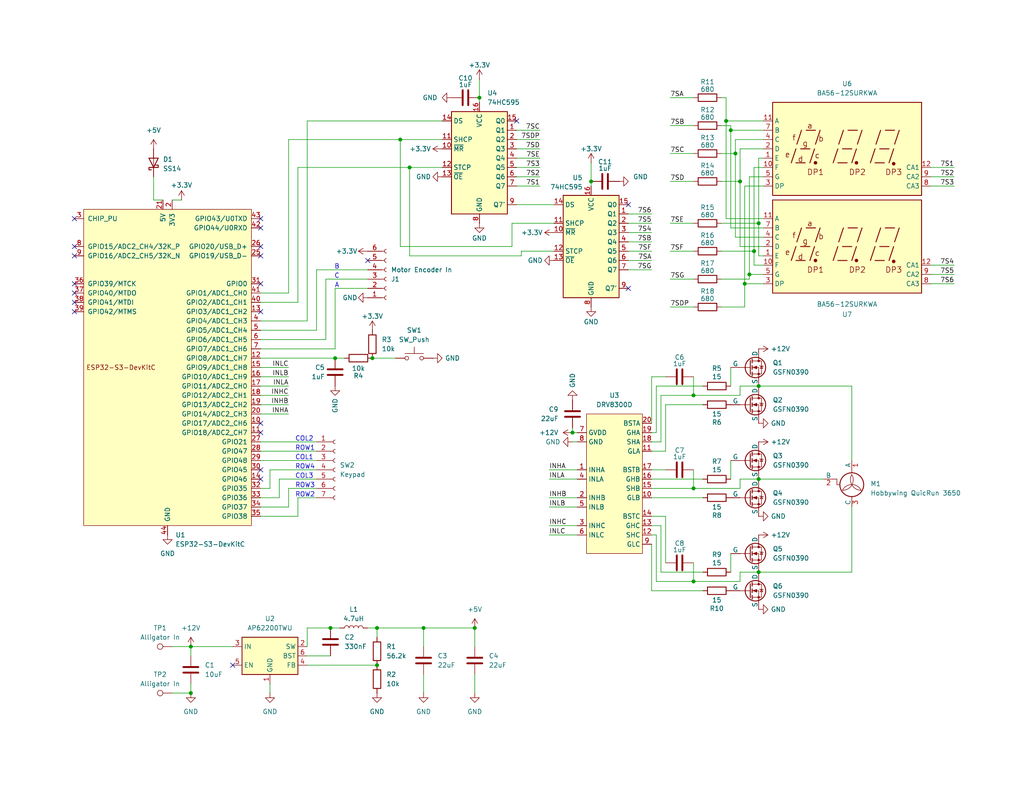
<source format=kicad_sch>
(kicad_sch (version 20250114) (generator "eeschema") (generator_version "9.0")
  (paper "USLetter")
  (title_block (title "BLDC Proto") (date "2026-01-18"))
  (lib_symbols
    (symbol "74xx:74HC595"
      (property "Reference" "U4" (at 2.1433 17.78 0))
      (property "Value" "74HC595" (at 2.1433 15.24 0))
      (symbol "74HC595_1_0"
        (pin input line (at -10.16 10.16 0) (length 2.54) (name "DS") (number "14"))
        (pin input line (at -10.16 5.08 0) (length 2.54) (name "SHCP") (number "11"))
        (pin input line (at -10.16 2.54 0) (length 2.54) (name "~{MR}") (number "10"))
        (pin input line (at -10.16 -2.54 0) (length 2.54) (name "STCP") (number "12"))
        (pin input line (at -10.16 -5.08 0) (length 2.54) (name "~{OE}") (number "13"))
        (pin power_in line (at 0 15.24 270) (length 2.54) (name "VCC") (number "16"))
        (pin power_in line (at 0 -17.78 90) (length 2.54) (name "GND") (number "8"))
        (pin tri_state line (at 10.16 10.16 180) (length 2.54) (name "Q0") (number "15"))
        (pin tri_state line (at 10.16 7.62 180) (length 2.54) (name "Q1") (number "1"))
        (pin tri_state line (at 10.16 5.08 180) (length 2.54) (name "Q2") (number "2"))
        (pin tri_state line (at 10.16 2.54 180) (length 2.54) (name "Q3") (number "3"))
        (pin tri_state line (at 10.16 0 180) (length 2.54) (name "Q4") (number "4"))
        (pin tri_state line (at 10.16 -2.54 180) (length 2.54) (name "Q5") (number "5"))
        (pin tri_state line (at 10.16 -5.08 180) (length 2.54) (name "Q6") (number "6"))
        (pin tri_state line (at 10.16 -7.62 180) (length 2.54) (name "Q7") (number "7"))
        (pin output line (at 10.16 -12.7 180) (length 2.54) (name "Q7'") (number "9"))
      )
    )
    (symbol "Connector:Conn_01x06_Socket" (pin_names (offset 1.016) (hide yes))
      (property "Reference" "J" (at 0 7.62 0))
      (property "Value" "Conn_01x06_Socket" (at 0 -10.16 0))
      (symbol "Conn_01x06_Socket_1_1"
        (pin passive line (at -5.08 5.08 0) (length 3.81) (name "Pin_1") (number "1"))
        (pin passive line (at -5.08 2.54 0) (length 3.81) (name "Pin_2") (number "2"))
        (pin passive line (at -5.08 0 0) (length 3.81) (name "Pin_3") (number "3"))
        (pin passive line (at -5.08 -2.54 0) (length 3.81) (name "Pin_4") (number "4"))
        (pin passive line (at -5.08 -5.08 0) (length 3.81) (name "Pin_5") (number "5"))
        (pin passive line (at -5.08 -7.62 0) (length 3.81) (name "Pin_6") (number "6"))
      )
    )
    (symbol "Connector:Conn_01x07_Socket" (pin_names (offset 1.016) (hide yes))
      (property "Reference" "J" (at 0 10.16 0))
      (property "Value" "Conn_01x07_Socket" (at 0 -10.16 0))
      (symbol "Conn_01x07_Socket_1_1"
        (pin passive line (at -5.08 7.62 0) (length 3.81) (name "Pin_1") (number "1"))
        (pin passive line (at -5.08 5.08 0) (length 3.81) (name "Pin_2") (number "2"))
        (pin passive line (at -5.08 2.54 0) (length 3.81) (name "Pin_3") (number "3"))
        (pin passive line (at -5.08 0 0) (length 3.81) (name "Pin_4") (number "4"))
        (pin passive line (at -5.08 -2.54 0) (length 3.81) (name "Pin_5") (number "5"))
        (pin passive line (at -5.08 -5.08 0) (length 3.81) (name "Pin_6") (number "6"))
        (pin passive line (at -5.08 -7.62 0) (length 3.81) (name "Pin_7") (number "7"))
      )
    )
    (symbol "Connector:TestPoint" (pin_numbers (hide yes)) (pin_names (offset 0.762) (hide yes))
      (property "Reference" "TP" (at 0 6.858 0))
      (property "Value" "TestPoint" (at 0 5.08 0))
      (symbol "TestPoint_1_1"
        (pin passive line (at 0 0 90) (length 2.54) (name "1") (number "1"))
      )
    )
    (symbol "Device:C" (pin_numbers (hide yes)) (pin_names (offset 0.254))
      (property "Reference" "C" (at 0.635 2.54 0))
      (property "Value" "C" (at 0.635 -2.54 0))
      (symbol "C_1_1"
        (pin passive line (at 0 3.81 270) (length 2.794) (name "~") (number "1"))
        (pin passive line (at 0 -3.81 90) (length 2.794) (name "~") (number "2"))
      )
    )
    (symbol "Device:L" (pin_numbers (hide yes)) (pin_names (offset 1.016) (hide yes))
      (property "Reference" "L" (at -1.27 0 90))
      (property "Value" "L" (at 1.905 0 90))
      (symbol "L_1_1"
        (pin passive line (at 0 3.81 270) (length 1.27) (name "1") (number "1"))
        (pin passive line (at 0 -3.81 90) (length 1.27) (name "2") (number "2"))
      )
    )
    (symbol "Device:R" (pin_numbers (hide yes)) (pin_names (offset 0))
      (property "Reference" "R" (at 2.032 0 90))
      (property "Value" "R" (at 0 0 90))
      (symbol "R_1_1"
        (pin passive line (at 0 3.81 270) (length 1.27) (name "~") (number "1"))
        (pin passive line (at 0 -3.81 90) (length 1.27) (name "~") (number "2"))
      )
    )
    (symbol "Diode:SS14" (pin_numbers (hide yes)) (pin_names (offset 1.016) (hide yes))
      (property "Reference" "D" (at 0 2.54 0))
      (property "Value" "SS14" (at 0 -2.54 0))
      (symbol "SS14_1_1"
        (pin passive line (at -3.81 0 0) (length 2.54) (name "K") (number "1"))
        (pin passive line (at 3.81 0 180) (length 2.54) (name "A") (number "2"))
      )
    )
    (symbol "LTC-571HR_1"
      (property "Reference" "U6" (at 0 17.78 0))
      (property "Value" "BA56-12SURKWA" (at 0 15.24 0))
      (symbol "LTC-571HR_1_0_0"
        (text "e" (at -16.256 -1.524 0) (effects (font (size 1.524 1.524))))
        (text "f" (at -14.478 3.048 0) (effects (font (size 1.524 1.524))))
        (text "d" (at -12.7 -2.794 0) (effects (font (size 1.524 1.524))))
        (text "g" (at -11.43 1.524 0) (effects (font (size 1.524 1.524))))
        (text "a" (at -10.16 6.35 0) (effects (font (size 1.524 1.524))))
        (text "DP1" (at -8.636 -6.35 0) (effects (font (size 1.524 1.524))))
        (text "c" (at -8.128 -1.778 0) (effects (font (size 1.524 1.524))))
        (text "b" (at -7.112 2.794 0) (effects (font (size 1.524 1.524))))
        (text "DP2" (at 2.794 -6.35 0) (effects (font (size 1.524 1.524))))
        (text "DP3" (at 12.7 -6.35 0) (effects (font (size 1.524 1.524))))
      )
      (symbol "LTC-571HR_1_1_1"
        (pin input line (at -22.86 7.62 0) (length 2.54) (name "A") (number "11"))
        (pin input line (at -22.86 5.08 0) (length 2.54) (name "B") (number "7"))
        (pin input line (at -22.86 2.54 0) (length 2.54) (name "C") (number "4"))
        (pin input line (at -22.86 0 0) (length 2.54) (name "D") (number "2"))
        (pin input line (at -22.86 -2.54 0) (length 2.54) (name "E") (number "1"))
        (pin input line (at -22.86 -5.08 0) (length 2.54) (name "F") (number "10"))
        (pin input line (at -22.86 -7.62 0) (length 2.54) (name "G") (number "5"))
        (pin input line (at -22.86 -10.16 0) (length 2.54) (name "DP") (number "3"))
        (pin input line (at 22.86 -5.08 180) (length 2.54) (name "CA1") (number "12"))
        (pin input line (at 22.86 -7.62 180) (length 2.54) (name "CA2") (number "9"))
        (pin input line (at 22.86 -10.16 180) (length 2.54) (name "CA3") (number "8"))
      )
    )
    (symbol "Motor:Fan_3pin" (pin_names (offset 0))
      (property "Reference" "M1" (at 5.08 -1.2699 0))
      (property "Value" "Hobbywing QuicRun 3650" (at 5.08 -3.8099 0))
      (symbol "Fan_3pin_1_1"
        (pin passive line (at -7.62 0 0) (length 2.54) (name "B") (number "2"))
        (pin passive line (at 0 5.08 270) (length 2.54) (name "A") (number "1"))
        (pin passive line (at 0 -7.62 90) (length 2.54) (name "C") (number "3"))
      )
    )
    (symbol "PCM_Espressif:ESP32-S3-DevKitC" (pin_names (offset 1.016))
      (property "Reference" "U1" (at 2.1433 -45.72 0))
      (property "Value" "ESP32-S3-DevKitC" (at 2.1433 -48.26 0))
      (symbol "ESP32-S3-DevKitC_0_0"
        (text "ESP32-S3-DevKitC" (at -12.7 0 0) (effects (font (size 1.27 1.27))))
        (pin bidirectional line (at -25.4 15.24 0) (length 2.54) (name "GPIO42/MTMS") (number "39"))
        (pin power_in line (at 0 -45.72 90) (length 2.54) (name "GND") (number "44"))
        (pin bidirectional line (at 25.4 40.64 180) (length 2.54) (name "GPIO43/U0TXD") (number "43"))
        (pin bidirectional line (at 25.4 38.1 180) (length 2.54) (name "GPIO44/U0RXD") (number "42"))
        (pin bidirectional line (at 25.4 20.32 180) (length 2.54) (name "GPIO1/ADC1_CH0") (number "41"))
        (pin bidirectional line (at 25.4 17.78 180) (length 2.54) (name "GPIO2/ADC1_CH1") (number "40"))
        (pin bidirectional line (at 25.4 -10.16 180) (length 2.54) (name "GPIO13/ADC2_CH2") (number "19"))
        (pin bidirectional line (at 25.4 -30.48 180) (length 2.54) (name "GPIO46") (number "14"))
      )
      (symbol "ESP32-S3-DevKitC_0_1"
        (pin power_in line (at 1.27 45.72 270) (length 2.54) (name "3V3") (number "2"))
      )
      (symbol "ESP32-S3-DevKitC_1_1"
        (pin input line (at -25.4 40.64 0) (length 2.54) (name "CHIP_PU") (number "3"))
        (pin bidirectional line (at -25.4 33.02 0) (length 2.54) (name "GPIO15/ADC2_CH4/32K_P") (number "8"))
        (pin bidirectional line (at -25.4 30.48 0) (length 2.54) (name "GPIO16/ADC2_CH5/32K_N") (number "9"))
        (pin bidirectional line (at -25.4 22.86 0) (length 2.54) (name "GPIO39/MTCK") (number "36"))
        (pin bidirectional line (at -25.4 20.32 0) (length 2.54) (name "GPIO40/MTDO") (number "37"))
        (pin bidirectional line (at -25.4 17.78 0) (length 2.54) (name "GPIO41/MTDI") (number "38"))
        (pin power_in line (at -1.27 45.72 270) (length 2.54) (name "5V") (number "21"))
        (pin passive line (at 0 -45.72 90) (length 2.54) (hide yes) (name "GND") (number "22"))
        (pin passive line (at 0 -45.72 90) (length 2.54) (hide yes) (name "GND") (number "23"))
        (pin passive line (at 0 -45.72 90) (length 2.54) (hide yes) (name "GND") (number "24"))
        (pin passive line (at 1.27 45.72 270) (length 2.54) (hide yes) (name "3V3") (number "1"))
        (pin bidirectional line (at 25.4 33.02 180) (length 2.54) (name "GPIO20/USB_D+") (number "26"))
        (pin bidirectional line (at 25.4 30.48 180) (length 2.54) (name "GPIO19/USB_D-") (number "25"))
        (pin bidirectional line (at 25.4 22.86 180) (length 2.54) (name "GPIO0") (number "31"))
        (pin bidirectional line (at 25.4 15.24 180) (length 2.54) (name "GPIO3/ADC1_CH2") (number "13"))
        (pin bidirectional line (at 25.4 12.7 180) (length 2.54) (name "GPIO4/ADC1_CH3") (number "4"))
        (pin bidirectional line (at 25.4 10.16 180) (length 2.54) (name "GPIO5/ADC1_CH4") (number "5"))
        (pin bidirectional line (at 25.4 7.62 180) (length 2.54) (name "GPIO6/ADC1_CH5") (number "6"))
        (pin bidirectional line (at 25.4 5.08 180) (length 2.54) (name "GPIO7/ADC1_CH6") (number "7"))
        (pin bidirectional line (at 25.4 2.54 180) (length 2.54) (name "GPIO8/ADC1_CH7") (number "12"))
        (pin bidirectional line (at 25.4 0 180) (length 2.54) (name "GPIO9/ADC1_CH8") (number "15"))
        (pin bidirectional line (at 25.4 -2.54 180) (length 2.54) (name "GPIO10/ADC1_CH9") (number "16"))
        (pin bidirectional line (at 25.4 -5.08 180) (length 2.54) (name "GPIO11/ADC2_CH0") (number "17"))
        (pin bidirectional line (at 25.4 -7.62 180) (length 2.54) (name "GPIO12/ADC2_CH1") (number "18"))
        (pin bidirectional line (at 25.4 -12.7 180) (length 2.54) (name "GPIO14/ADC2_CH3") (number "20"))
        (pin bidirectional line (at 25.4 -15.24 180) (length 2.54) (name "GPIO17/ADC2_CH6") (number "10"))
        (pin bidirectional line (at 25.4 -17.78 180) (length 2.54) (name "GPIO18/ADC2_CH7") (number "11"))
        (pin bidirectional line (at 25.4 -20.32 180) (length 2.54) (name "GPIO21") (number "27"))
        (pin bidirectional line (at 25.4 -22.86 180) (length 2.54) (name "GPIO47") (number "28"))
        (pin bidirectional line (at 25.4 -25.4 180) (length 2.54) (name "GPIO48") (number "29"))
        (pin bidirectional line (at 25.4 -27.94 180) (length 2.54) (name "GPIO45") (number "30"))
        (pin bidirectional line (at 25.4 -33.02 180) (length 2.54) (name "GPIO35") (number "32"))
        (pin bidirectional line (at 25.4 -35.56 180) (length 2.54) (name "GPIO36") (number "33"))
        (pin bidirectional line (at 25.4 -38.1 180) (length 2.54) (name "GPIO37") (number "34"))
        (pin bidirectional line (at 25.4 -40.64 180) (length 2.54) (name "GPIO38") (number "35"))
      )
    )
    (symbol "Regulator_Switching:AP62300TWU"
      (property "Reference" "U" (at -7.62 6.35 0))
      (property "Value" "AP62300TWU" (at 2.54 6.35 0))
      (symbol "AP62300TWU_1_1"
        (pin power_in line (at -10.16 2.54 0) (length 2.54) (name "IN") (number "3"))
        (pin passive line (at -10.16 -2.54 0) (length 2.54) (name "EN") (number "5"))
        (pin power_in line (at 0 -7.62 90) (length 2.54) (name "GND") (number "1"))
        (pin output line (at 10.16 2.54 180) (length 2.54) (name "SW") (number "2"))
        (pin passive line (at 10.16 0 180) (length 2.54) (name "BST") (number "6"))
        (pin input line (at 10.16 -2.54 180) (length 2.54) (name "FB") (number "4"))
      )
    )
    (symbol "Simulation_SPICE:NMOS" (pin_numbers (hide yes)) (pin_names (offset 0))
      (property "Reference" "Q1" (at 6.35 1.2701 0))
      (property "Value" "NMOS" (at 6.35 -1.2699 0))
      (symbol "NMOS_1_1"
        (pin input line (at -5.08 0 0) (length 2.54) (name "G") (number "4"))
        (pin passive line (at 2.54 5.08 270) (length 2.54) (name "D") (number "5"))
        (pin passive line (at 2.54 -5.08 90) (length 2.54) (hide yes) (name "S") (number "1"))
        (pin passive line (at 2.54 -5.08 90) (length 2.54) (hide yes) (name "S") (number "2"))
        (pin passive line (at 2.54 -5.08 90) (length 2.54) (name "S") (number "3"))
      )
    )
    (symbol "Switch:SW_Push" (pin_numbers (hide yes)) (pin_names (offset 1.016) (hide yes))
      (property "Reference" "SW" (at 1.27 2.54 0))
      (property "Value" "SW_Push" (at 0 -1.524 0))
      (symbol "SW_Push_0_1"
        (pin passive line (at -5.08 0 0) (length 2.54) (name "1") (number "1"))
        (pin passive line (at 5.08 0 180) (length 2.54) (name "2") (number "2"))
      )
    )
    (symbol "power:+12V" (power) (pin_numbers (hide yes)) (pin_names (offset 0) (hide yes))
      (property "Value" "+12V" (at 0 3.556 0))
      (symbol "+12V_1_1"
        (pin power_in line (at 0 0 90) (length 0) (name "~") (number "1"))
      )
    )
    (symbol "power:+3.3V" (power) (pin_numbers (hide yes)) (pin_names (offset 0) (hide yes))
      (property "Value" "+3.3V" (at 0 3.556 0))
      (symbol "+3.3V_1_1"
        (pin power_in line (at 0 0 90) (length 0) (name "~") (number "1"))
      )
    )
    (symbol "power:+5V" (power) (pin_numbers (hide yes)) (pin_names (offset 0) (hide yes))
      (property "Value" "+5V" (at 0 3.556 0))
      (symbol "+5V_1_1"
        (pin power_in line (at 0 0 90) (length 0) (name "~") (number "1"))
      )
    )
    (symbol "power:GND" (power) (pin_numbers (hide yes)) (pin_names (offset 0) (hide yes))
      (property "Value" "GND" (at 0 -3.81 0))
      (symbol "GND_1_1"
        (pin power_in line (at 0 0 270) (length 0) (name "~") (number "1"))
      )
    )
    (symbol "symbols:DRV8300"
      (property "Reference" "U" (at 0 0 0))
      (property "Value" "DRV8300" (at 0 -2.032 0))
      (symbol "DRV8300_1_1"
        (pin passive line (at -10.16 -8.89 0) (length 2.54) (name "GVDD") (number "7"))
        (pin passive line (at -10.16 -11.43 0) (length 2.54) (name "GND") (number "8"))
        (pin passive line (at -10.16 -19.05 0) (length 2.54) (name "INHA") (number "1"))
        (pin passive line (at -10.16 -21.59 0) (length 2.54) (name "INLA") (number "4"))
        (pin passive line (at -10.16 -26.67 0) (length 2.54) (name "INHB") (number "2"))
        (pin passive line (at -10.16 -29.21 0) (length 2.54) (name "INLB") (number "5"))
        (pin passive line (at -10.16 -34.29 0) (length 2.54) (name "INHC") (number "3"))
        (pin passive line (at -10.16 -36.83 0) (length 2.54) (name "INLC") (number "6"))
        (pin passive line (at 10.16 -6.35 180) (length 2.54) (name "BSTA") (number "20"))
        (pin passive line (at 10.16 -8.89 180) (length 2.54) (name "GHA") (number "19"))
        (pin passive line (at 10.16 -11.43 180) (length 2.54) (name "SHA") (number "18"))
        (pin passive line (at 10.16 -13.97 180) (length 2.54) (name "GLA") (number "11"))
        (pin passive line (at 10.16 -19.05 180) (length 2.54) (name "BSTB") (number "17"))
        (pin passive line (at 10.16 -21.59 180) (length 2.54) (name "GHB") (number "16"))
        (pin passive line (at 10.16 -24.13 180) (length 2.54) (name "SHB") (number "15"))
        (pin passive line (at 10.16 -26.67 180) (length 2.54) (name "GLB") (number "10"))
        (pin passive line (at 10.16 -31.75 180) (length 2.54) (name "BSTC") (number "14"))
        (pin passive line (at 10.16 -34.29 180) (length 2.54) (name "GHC") (number "13"))
        (pin passive line (at 10.16 -36.83 180) (length 2.54) (name "SHC") (number "12"))
        (pin passive line (at 10.16 -39.37 180) (length 2.54) (name "GLC") (number "9"))
      )
    )
    (symbol "symbols:LTC-571HR"
      (property "Reference" "U7" (at 0 -18.542 0))
      (property "Value" "BA56-12SURKWA" (at 0 -15.748 0))
      (symbol "LTC-571HR_0_0"
        (text "e" (at -16.256 -1.524 0) (effects (font (size 1.524 1.524))))
        (text "f" (at -14.478 3.048 0) (effects (font (size 1.524 1.524))))
        (text "d" (at -12.7 -2.794 0) (effects (font (size 1.524 1.524))))
        (text "g" (at -11.43 1.524 0) (effects (font (size 1.524 1.524))))
        (text "a" (at -10.16 6.35 0) (effects (font (size 1.524 1.524))))
        (text "DP1" (at -8.636 -6.35 0) (effects (font (size 1.524 1.524))))
        (text "c" (at -8.128 -1.778 0) (effects (font (size 1.524 1.524))))
        (text "b" (at -7.112 2.794 0) (effects (font (size 1.524 1.524))))
        (text "DP2" (at 2.794 -6.35 0) (effects (font (size 1.524 1.524))))
        (text "DP3" (at 12.7 -6.35 0) (effects (font (size 1.524 1.524))))
      )
      (symbol "LTC-571HR_1_1"
        (pin input line (at -22.86 7.62 0) (length 2.54) (name "A") (number "11"))
        (pin input line (at -22.86 5.08 0) (length 2.54) (name "B") (number "7"))
        (pin input line (at -22.86 2.54 0) (length 2.54) (name "C") (number "4"))
        (pin input line (at -22.86 0 0) (length 2.54) (name "D") (number "2"))
        (pin input line (at -22.86 -2.54 0) (length 2.54) (name "E") (number "1"))
        (pin input line (at -22.86 -5.08 0) (length 2.54) (name "F") (number "10"))
        (pin input line (at -22.86 -7.62 0) (length 2.54) (name "G") (number "5"))
        (pin input line (at -22.86 -10.16 0) (length 2.54) (name "DP") (number "3"))
        (pin input line (at 22.86 -5.08 180) (length 2.54) (name "CA1") (number "12"))
        (pin input line (at 22.86 -7.62 180) (length 2.54) (name "CA2") (number "9"))
        (pin input line (at 22.86 -10.16 180) (length 2.54) (name "CA3") (number "8"))
      )
    )
  )
  (text "ROW2" (at 80.518 135.128 0) (effects (font (size 1.27 1.27)) (justify left)))
  (text "COL2" (at 80.518 119.888 0) (effects (font (size 1.27 1.27)) (justify left)))
  (text "C" (at 91.948 75.438 0) (effects (font (size 1.27 1.27))))
  (text "ROW3" (at 80.518 132.588 0) (effects (font (size 1.27 1.27)) (justify left)))
  (text "A" (at 91.948 77.978 0) (effects (font (size 1.27 1.27))))
  (text "ROW4" (at 80.518 127.508 0) (effects (font (size 1.27 1.27)) (justify left)))
  (text "COL3" (at 80.518 130.048 0) (effects (font (size 1.27 1.27)) (justify left)))
  (text "B" (at 91.948 72.898 0) (effects (font (size 1.27 1.27))))
  (text "COL1" (at 80.518 124.968 0) (effects (font (size 1.27 1.27)) (justify left)))
  (text "ROW1" (at 80.518 122.428 0) (effects (font (size 1.27 1.27)) (justify left)))
  (junction (at 201.93 49.53))
  (junction (at 198.12 33.02))
  (junction (at 204.47 74.93))
  (junction (at 189.23 133.35))
  (junction (at 199.39 35.56))
  (junction (at 207.01 60.96))
  (junction (at 161.29 49.53))
  (junction (at 90.17 171.45))
  (junction (at 200.66 41.91))
  (junction (at 91.44 97.79))
  (junction (at 205.74 68.58))
  (junction (at 207.01 156.21))
  (junction (at 189.23 158.75))
  (junction (at 111.76 45.72))
  (junction (at 207.01 130.81))
  (junction (at 207.01 105.41))
  (junction (at 52.07 176.53))
  (junction (at 203.2 77.47))
  (junction (at 52.07 189.23))
  (junction (at 130.81 26.67))
  (junction (at 102.87 181.61))
  (junction (at 189.23 107.95))
  (junction (at 156.21 118.11))
  (junction (at 109.22 38.1))
  (junction (at 129.54 171.45))
  (junction (at 115.57 171.45))
  (junction (at 101.6 97.79))
  (junction (at 102.87 171.45))
  (no_connect (at 71.12 77.47))
  (no_connect (at 20.32 85.09))
  (no_connect (at 71.12 115.57))
  (no_connect (at 20.32 82.55))
  (no_connect (at 71.12 62.23))
  (no_connect (at 100.33 71.12))
  (no_connect (at 140.97 33.02))
  (no_connect (at 71.12 130.81))
  (no_connect (at 20.32 67.31))
  (no_connect (at 71.12 69.85))
  (no_connect (at 20.32 69.85))
  (no_connect (at 71.12 85.09))
  (no_connect (at 20.32 77.47))
  (no_connect (at 20.32 80.01))
  (no_connect (at 71.12 67.31))
  (no_connect (at 20.32 59.69))
  (no_connect (at 71.12 118.11))
  (no_connect (at 171.45 78.74))
  (no_connect (at 171.45 55.88))
  (no_connect (at 63.5 181.61))
  (no_connect (at 71.12 128.27))
  (no_connect (at 71.12 59.69))
  (wire (pts (xy 71.12 140.97) (xy 81.28 140.97)))
  (wire (pts (xy 111.76 45.72) (xy 120.65 45.72)))
  (wire (pts (xy 88.9 76.2) (xy 100.33 76.2)))
  (wire (pts (xy 189.23 128.27) (xy 189.23 133.35)))
  (wire (pts (xy 199.39 151.13) (xy 199.39 156.21)))
  (wire (pts (xy 46.99 176.53) (xy 52.07 176.53)))
  (wire (pts (xy 140.97 48.26) (xy 147.32 48.26)))
  (wire (pts (xy 201.93 133.35) (xy 201.93 130.81)))
  (wire (pts (xy 41.91 54.61) (xy 44.45 54.61)))
  (wire (pts (xy 205.74 68.58) (xy 205.74 72.39)))
  (wire (pts (xy 130.81 26.67) (xy 130.81 27.94)))
  (wire (pts (xy 71.12 97.79) (xy 91.44 97.79)))
  (wire (pts (xy 189.23 102.87) (xy 189.23 107.95)))
  (wire (pts (xy 254 74.93) (xy 260.35 74.93)))
  (wire (pts (xy 115.57 171.45) (xy 129.54 171.45)))
  (wire (pts (xy 102.87 171.45) (xy 100.33 171.45)))
  (wire (pts (xy 200.66 41.91) (xy 200.66 38.1)))
  (wire (pts (xy 83.82 181.61) (xy 102.87 181.61)))
  (wire (pts (xy 130.81 21.59) (xy 130.81 26.67)))
  (wire (pts (xy 91.44 95.25) (xy 71.12 95.25)))
  (wire (pts (xy 115.57 184.15) (xy 115.57 189.23)))
  (wire (pts (xy 156.21 118.11) (xy 157.48 118.11)))
  (wire (pts (xy 73.66 189.23) (xy 73.66 186.69)))
  (wire (pts (xy 205.74 45.72) (xy 205.74 68.58)))
  (wire (pts (xy 232.41 156.21) (xy 207.01 156.21)))
  (wire (pts (xy 208.28 62.23) (xy 199.39 62.23)))
  (wire (pts (xy 182.88 76.2) (xy 189.23 76.2)))
  (wire (pts (xy 101.6 97.79) (xy 107.95 97.79)))
  (wire (pts (xy 109.22 38.1) (xy 120.65 38.1)))
  (wire (pts (xy 52.07 179.07) (xy 52.07 176.53)))
  (wire (pts (xy 171.45 73.66) (xy 177.8 73.66)))
  (wire (pts (xy 81.28 135.89) (xy 86.36 135.89)))
  (wire (pts (xy 203.2 77.47) (xy 208.28 77.47)))
  (wire (pts (xy 177.8 146.05) (xy 179.07 146.05)))
  (wire (pts (xy 204.47 74.93) (xy 204.47 76.2)))
  (wire (pts (xy 142.24 69.85) (xy 111.76 69.85)))
  (wire (pts (xy 78.74 105.41) (xy 71.12 105.41)))
  (wire (pts (xy 151.13 68.58) (xy 142.24 68.58)))
  (wire (pts (xy 196.85 60.96) (xy 207.01 60.96)))
  (wire (pts (xy 171.45 60.96) (xy 177.8 60.96)))
  (wire (pts (xy 198.12 33.02) (xy 208.28 33.02)))
  (wire (pts (xy 199.39 35.56) (xy 199.39 34.29)))
  (wire (pts (xy 232.41 138.43) (xy 232.41 156.21)))
  (wire (pts (xy 201.93 40.64) (xy 208.28 40.64)))
  (wire (pts (xy 182.88 26.67) (xy 189.23 26.67)))
  (wire (pts (xy 180.34 107.95) (xy 189.23 107.95)))
  (wire (pts (xy 52.07 176.53) (xy 63.5 176.53)))
  (wire (pts (xy 86.36 73.66) (xy 86.36 90.17)))
  (wire (pts (xy 189.23 107.95) (xy 201.93 107.95)))
  (wire (pts (xy 151.13 60.96) (xy 139.7 60.96)))
  (wire (pts (xy 254 72.39) (xy 260.35 72.39)))
  (wire (pts (xy 140.97 40.64) (xy 147.32 40.64)))
  (wire (pts (xy 182.88 60.96) (xy 189.23 60.96)))
  (wire (pts (xy 200.66 64.77) (xy 200.66 41.91)))
  (wire (pts (xy 180.34 107.95) (xy 180.34 120.65)))
  (wire (pts (xy 149.86 138.43) (xy 157.48 138.43)))
  (wire (pts (xy 199.39 125.73) (xy 199.39 130.81)))
  (wire (pts (xy 207.01 105.41) (xy 232.41 105.41)))
  (wire (pts (xy 179.07 105.41) (xy 191.77 105.41)))
  (wire (pts (xy 78.74 110.49) (xy 71.12 110.49)))
  (wire (pts (xy 177.8 102.87) (xy 181.61 102.87)))
  (wire (pts (xy 177.8 161.29) (xy 191.77 161.29)))
  (wire (pts (xy 46.99 189.23) (xy 52.07 189.23)))
  (wire (pts (xy 142.24 68.58) (xy 142.24 69.85)))
  (wire (pts (xy 198.12 59.69) (xy 198.12 33.02)))
  (wire (pts (xy 140.97 38.1) (xy 147.32 38.1)))
  (wire (pts (xy 182.88 41.91) (xy 189.23 41.91)))
  (wire (pts (xy 199.39 35.56) (xy 208.28 35.56)))
  (wire (pts (xy 78.74 133.35) (xy 86.36 133.35)))
  (wire (pts (xy 81.28 45.72) (xy 111.76 45.72)))
  (wire (pts (xy 83.82 171.45) (xy 83.82 176.53)))
  (wire (pts (xy 88.9 92.71) (xy 71.12 92.71)))
  (wire (pts (xy 200.66 38.1) (xy 208.28 38.1)))
  (wire (pts (xy 139.7 60.96) (xy 139.7 67.31)))
  (wire (pts (xy 207.01 130.81) (xy 224.79 130.81)))
  (wire (pts (xy 189.23 158.75) (xy 201.93 158.75)))
  (wire (pts (xy 52.07 189.23) (xy 52.07 186.69)))
  (wire (pts (xy 196.85 68.58) (xy 205.74 68.58)))
  (wire (pts (xy 76.2 135.89) (xy 76.2 130.81)))
  (wire (pts (xy 180.34 143.51) (xy 180.34 156.21)))
  (wire (pts (xy 149.86 128.27) (xy 157.48 128.27)))
  (wire (pts (xy 198.12 26.67) (xy 198.12 33.02)))
  (wire (pts (xy 205.74 72.39) (xy 208.28 72.39)))
  (wire (pts (xy 189.23 153.67) (xy 189.23 158.75)))
  (wire (pts (xy 208.28 59.69) (xy 198.12 59.69)))
  (wire (pts (xy 254 77.47) (xy 260.35 77.47)))
  (wire (pts (xy 199.39 62.23) (xy 199.39 35.56)))
  (wire (pts (xy 78.74 113.03) (xy 71.12 113.03)))
  (wire (pts (xy 71.12 120.65) (xy 86.36 120.65)))
  (wire (pts (xy 149.86 143.51) (xy 157.48 143.51)))
  (wire (pts (xy 177.8 140.97) (xy 181.61 140.97)))
  (wire (pts (xy 73.66 128.27) (xy 86.36 128.27)))
  (wire (pts (xy 171.45 63.5) (xy 177.8 63.5)))
  (wire (pts (xy 78.74 102.87) (xy 71.12 102.87)))
  (wire (pts (xy 177.8 148.59) (xy 177.8 161.29)))
  (wire (pts (xy 232.41 105.41) (xy 232.41 125.73)))
  (wire (pts (xy 196.85 49.53) (xy 201.93 49.53)))
  (wire (pts (xy 109.22 67.31) (xy 109.22 38.1)))
  (wire (pts (xy 86.36 73.66) (xy 100.33 73.66)))
  (wire (pts (xy 102.87 171.45) (xy 115.57 171.45)))
  (wire (pts (xy 49.53 54.61) (xy 46.99 54.61)))
  (wire (pts (xy 156.21 120.65) (xy 157.48 120.65)))
  (wire (pts (xy 81.28 82.55) (xy 81.28 45.72)))
  (wire (pts (xy 156.21 116.84) (xy 156.21 118.11)))
  (wire (pts (xy 208.28 48.26) (xy 204.47 48.26)))
  (wire (pts (xy 196.85 41.91) (xy 200.66 41.91)))
  (wire (pts (xy 78.74 100.33) (xy 71.12 100.33)))
  (wire (pts (xy 181.61 110.49) (xy 191.77 110.49)))
  (wire (pts (xy 149.86 135.89) (xy 157.48 135.89)))
  (wire (pts (xy 179.07 118.11) (xy 179.07 105.41)))
  (wire (pts (xy 129.54 189.23) (xy 129.54 184.15)))
  (wire (pts (xy 254 48.26) (xy 260.35 48.26)))
  (wire (pts (xy 91.44 78.74) (xy 100.33 78.74)))
  (wire (pts (xy 199.39 34.29) (xy 196.85 34.29)))
  (wire (pts (xy 171.45 68.58) (xy 177.8 68.58)))
  (wire (pts (xy 83.82 171.45) (xy 90.17 171.45)))
  (wire (pts (xy 254 50.8) (xy 260.35 50.8)))
  (wire (pts (xy 149.86 130.81) (xy 157.48 130.81)))
  (wire (pts (xy 201.93 105.41) (xy 207.01 105.41)))
  (wire (pts (xy 196.85 26.67) (xy 198.12 26.67)))
  (wire (pts (xy 102.87 171.45) (xy 102.87 173.99)))
  (wire (pts (xy 171.45 66.04) (xy 177.8 66.04)))
  (wire (pts (xy 201.93 67.31) (xy 201.93 49.53)))
  (wire (pts (xy 204.47 74.93) (xy 208.28 74.93)))
  (wire (pts (xy 208.28 50.8) (xy 203.2 50.8)))
  (wire (pts (xy 171.45 58.42) (xy 177.8 58.42)))
  (wire (pts (xy 208.28 64.77) (xy 200.66 64.77)))
  (wire (pts (xy 83.82 179.07) (xy 90.17 179.07)))
  (wire (pts (xy 181.61 110.49) (xy 181.61 123.19)))
  (wire (pts (xy 129.54 171.45) (xy 129.54 176.53)))
  (wire (pts (xy 177.8 135.89) (xy 191.77 135.89)))
  (wire (pts (xy 78.74 107.95) (xy 71.12 107.95)))
  (wire (pts (xy 182.88 49.53) (xy 189.23 49.53)))
  (wire (pts (xy 207.01 60.96) (xy 207.01 69.85)))
  (wire (pts (xy 177.8 130.81) (xy 191.77 130.81)))
  (wire (pts (xy 139.7 67.31) (xy 109.22 67.31)))
  (wire (pts (xy 181.61 128.27) (xy 177.8 128.27)))
  (wire (pts (xy 204.47 48.26) (xy 204.47 74.93)))
  (wire (pts (xy 140.97 35.56) (xy 147.32 35.56)))
  (wire (pts (xy 71.12 123.19) (xy 86.36 123.19)))
  (wire (pts (xy 83.82 87.63) (xy 83.82 33.02)))
  (wire (pts (xy 92.71 171.45) (xy 90.17 171.45)))
  (wire (pts (xy 71.12 138.43) (xy 78.74 138.43)))
  (wire (pts (xy 83.82 33.02) (xy 120.65 33.02)))
  (wire (pts (xy 254 45.72) (xy 260.35 45.72)))
  (wire (pts (xy 78.74 138.43) (xy 78.74 133.35)))
  (wire (pts (xy 171.45 71.12) (xy 177.8 71.12)))
  (wire (pts (xy 71.12 87.63) (xy 83.82 87.63)))
  (wire (pts (xy 81.28 140.97) (xy 81.28 135.89)))
  (wire (pts (xy 88.9 76.2) (xy 88.9 92.71)))
  (wire (pts (xy 140.97 55.88) (xy 151.13 55.88)))
  (wire (pts (xy 177.8 102.87) (xy 177.8 115.57)))
  (wire (pts (xy 78.74 80.01) (xy 78.74 38.1)))
  (wire (pts (xy 177.8 143.51) (xy 180.34 143.51)))
  (wire (pts (xy 41.91 48.26) (xy 41.91 54.61)))
  (wire (pts (xy 140.97 43.18) (xy 147.32 43.18)))
  (wire (pts (xy 201.93 158.75) (xy 201.93 156.21)))
  (wire (pts (xy 182.88 68.58) (xy 189.23 68.58)))
  (wire (pts (xy 207.01 43.18) (xy 207.01 60.96)))
  (wire (pts (xy 203.2 50.8) (xy 203.2 77.47)))
  (wire (pts (xy 161.29 44.45) (xy 161.29 49.53)))
  (wire (pts (xy 71.12 125.73) (xy 86.36 125.73)))
  (wire (pts (xy 149.86 146.05) (xy 157.48 146.05)))
  (wire (pts (xy 73.66 133.35) (xy 73.66 128.27)))
  (wire (pts (xy 196.85 83.82) (xy 203.2 83.82)))
  (wire (pts (xy 207.01 69.85) (xy 208.28 69.85)))
  (wire (pts (xy 177.8 118.11) (xy 179.07 118.11)))
  (wire (pts (xy 203.2 77.47) (xy 203.2 83.82)))
  (wire (pts (xy 111.76 45.72) (xy 111.76 69.85)))
  (wire (pts (xy 115.57 171.45) (xy 115.57 176.53)))
  (wire (pts (xy 201.93 107.95) (xy 201.93 105.41)))
  (wire (pts (xy 181.61 140.97) (xy 181.61 153.67)))
  (wire (pts (xy 76.2 130.81) (xy 86.36 130.81)))
  (wire (pts (xy 91.44 97.79) (xy 93.98 97.79)))
  (wire (pts (xy 201.93 49.53) (xy 201.93 40.64)))
  (wire (pts (xy 71.12 133.35) (xy 73.66 133.35)))
  (wire (pts (xy 199.39 100.33) (xy 199.39 105.41)))
  (wire (pts (xy 177.8 123.19) (xy 181.61 123.19)))
  (wire (pts (xy 91.44 78.74) (xy 91.44 95.25)))
  (wire (pts (xy 208.28 67.31) (xy 201.93 67.31)))
  (wire (pts (xy 71.12 82.55) (xy 81.28 82.55)))
  (wire (pts (xy 71.12 80.01) (xy 78.74 80.01)))
  (wire (pts (xy 201.93 130.81) (xy 207.01 130.81)))
  (wire (pts (xy 71.12 90.17) (xy 86.36 90.17)))
  (wire (pts (xy 179.07 158.75) (xy 189.23 158.75)))
  (wire (pts (xy 182.88 83.82) (xy 189.23 83.82)))
  (wire (pts (xy 179.07 146.05) (xy 179.07 158.75)))
  (wire (pts (xy 208.28 45.72) (xy 205.74 45.72)))
  (wire (pts (xy 189.23 133.35) (xy 201.93 133.35)))
  (wire (pts (xy 208.28 43.18) (xy 207.01 43.18)))
  (wire (pts (xy 78.74 38.1) (xy 109.22 38.1)))
  (wire (pts (xy 196.85 76.2) (xy 204.47 76.2)))
  (wire (pts (xy 201.93 156.21) (xy 207.01 156.21)))
  (wire (pts (xy 140.97 45.72) (xy 147.32 45.72)))
  (wire (pts (xy 161.29 49.53) (xy 161.29 50.8)))
  (wire (pts (xy 71.12 135.89) (xy 76.2 135.89)))
  (wire (pts (xy 177.8 133.35) (xy 189.23 133.35)))
  (wire (pts (xy 182.88 34.29) (xy 189.23 34.29)))
  (wire (pts (xy 180.34 120.65) (xy 177.8 120.65)))
  (wire (pts (xy 180.34 156.21) (xy 191.77 156.21)))
  (wire (pts (xy 140.97 50.8) (xy 147.32 50.8)))
  (label "INHB" (at 78.74 110.49 180))
  (label "7SG" (at 182.88 76.2 0))
  (label "7SC" (at 147.32 35.56 180))
  (label "INLA" (at 149.86 130.81 0))
  (label "INLA" (at 78.74 105.41 180))
  (label "7S3" (at 260.35 50.8 180))
  (label "7SD" (at 147.32 40.64 180))
  (label "7S1" (at 260.35 45.72 180))
  (label "7S6" (at 260.35 77.47 180))
  (label "7SDP" (at 147.32 38.1 180))
  (label "INLC" (at 149.86 146.05 0))
  (label "7S2" (at 260.35 48.26 180))
  (label "INHA" (at 149.86 128.27 0))
  (label "INHB" (at 149.86 135.89 0))
  (label "7SB" (at 182.88 34.29 0))
  (label "7S6" (at 177.8 58.42 180))
  (label "7S5" (at 260.35 74.93 180))
  (label "INHC" (at 78.74 107.95 180))
  (label "7S4" (at 177.8 63.5 180))
  (label "INHA" (at 78.74 113.03 180))
  (label "7SC" (at 182.88 41.91 0))
  (label "7SE" (at 147.32 43.18 180))
  (label "7SF" (at 182.88 68.58 0))
  (label "INHC" (at 149.86 143.51 0))
  (label "7SA" (at 182.88 26.67 0))
  (label "INLC" (at 78.74 100.33 180))
  (label "7SD" (at 182.88 49.53 0))
  (label "7SG" (at 177.8 73.66 180))
  (label "7S3" (at 147.32 45.72 180))
  (label "7SB" (at 177.8 66.04 180))
  (label "7SA" (at 177.8 71.12 180))
  (label "7SE" (at 182.88 60.96 0))
  (label "INLB" (at 78.74 102.87 180))
  (label "7S4" (at 260.35 72.39 180))
  (label "7S1" (at 147.32 50.8 180))
  (label "7SF" (at 177.8 68.58 180))
  (label "7S5" (at 177.8 60.96 180))
  (label "7SDP" (at 182.88 83.82 0))
  (label "INLB" (at 149.86 138.43 0))
  (label "7S2" (at 147.32 48.26 180))
  (symbol (lib_id "Simulation_SPICE:NMOS") (at 204.47 100.33 0) (unit 1)
    (property "Reference" "Q1" (at 210.82 99.0599 0) (effects (justify left)))
    (property "Value" "GSFN0390" (at 210.82 101.5999 0) (effects (justify left)))
    (property "Footprint" "footprints:PPAK3x3" (effects (hide yes)))
    (property "Datasheet" "https://ngspice.sourceforge.io/docs/ngspice-html-manual/manual.xhtml#cha_MOSFETs" (effects (hide yes)))
    (property "Description" "N-MOSFET transistor, drain/source/gate" (effects (hide yes)))
    (property "Sim.Device" "NMOS" (effects (hide yes)))
    (property "Sim.Type" "VDMOS" (effects (hide yes)))
    (property "Sim.Pins" "1=D 2=G 3=S" (effects (hide yes)))
  )
  (symbol (lib_id "Device:C") (at 185.42 128.27 90) (unit 1)
    (property "Reference" "C7" (at 185.42 122.936 90))
    (property "Value" "1uF" (at 185.42 124.714 90))
    (property "Footprint" "Capacitor_SMD:C_0805_2012Metric" (effects (hide yes)))
    (property "Description" "Unpolarized capacitor" (effects (hide yes)))
  )
  (symbol (lib_id "Device:C") (at 52.07 182.88 0) (unit 1)
    (property "Reference" "C1" (at 55.88 181.6099 0) (effects (justify left)))
    (property "Value" "10uF" (at 55.88 184.1499 0) (effects (justify left)))
    (property "Footprint" "Capacitor_SMD:C_1206_3216Metric" (effects (hide yes)))
    (property "Description" "Unpolarized capacitor" (effects (hide yes)))
  )
  (symbol (lib_id "Device:R") (at 193.04 60.96 90) (unit 1)
    (property "Reference" "R15" (at 193.04 56.642 90))
    (property "Value" "680" (at 193.04 58.674 90))
    (property "Footprint" "Resistor_SMD:R_0805_2012Metric" (effects (hide yes)))
    (property "Description" "Resistor" (effects (hide yes)))
  )
  (symbol (lib_id "Device:C") (at 156.21 113.03 0) (mirror y) (unit 1)
    (property "Reference" "C9" (at 152.4 111.7599 0) (effects (justify left)))
    (property "Value" "22uF" (at 152.4 114.2999 0) (effects (justify left)))
    (property "Footprint" "Capacitor_SMD:C_1210_3225Metric" (effects (hide yes)))
    (property "Description" "Unpolarized capacitor" (effects (hide yes)))
  )
  (symbol (lib_id "Device:R") (at 193.04 26.67 90) (unit 1)
    (property "Reference" "R11" (at 193.04 22.352 90))
    (property "Value" "680" (at 193.04 24.384 90))
    (property "Footprint" "Resistor_SMD:R_0805_2012Metric" (effects (hide yes)))
    (property "Description" "Resistor" (effects (hide yes)))
  )
  (symbol (lib_id "power:+12V") (at 207.01 146.05 270) (unit 1)
    (property "Reference" "#PWR022" (effects (hide yes)))
    (property "Value" "+12V" (at 210.312 146.05 90) (effects (justify left)))
    (property "Description" "Power symbol creates a global label with name \"+12V\"" (effects (hide yes)))
  )
  (symbol (lib_id "power:+5V") (at 41.91 40.64 0) (unit 1)
    (property "Reference" "#PWR02" (effects (hide yes)))
    (property "Value" "+5V" (at 41.91 35.56 0))
    (property "Description" "Power symbol creates a global label with name \"+5V\"" (effects (hide yes)))
  )
  (symbol (lib_id "Device:R") (at 193.04 83.82 90) (unit 1)
    (property "Reference" "R18" (at 193.04 79.502 90))
    (property "Value" "680" (at 193.04 81.534 90))
    (property "Footprint" "Resistor_SMD:R_0805_2012Metric" (effects (hide yes)))
    (property "Description" "Resistor" (effects (hide yes)))
  )
  (symbol (lib_id "power:GND") (at 151.13 71.12 270) (unit 1)
    (property "Reference" "#PWR031" (effects (hide yes)))
    (property "Value" "GND" (at 148.082 71.12 90) (effects (justify right)))
    (property "Description" "Power symbol creates a global label with name \"GND\" , ground" (effects (hide yes)))
  )
  (symbol (lib_id "Simulation_SPICE:NMOS") (at 204.47 125.73 0) (unit 1)
    (property "Reference" "Q3" (at 210.82 124.4599 0) (effects (justify left)))
    (property "Value" "GSFN0390" (at 210.82 126.9999 0) (effects (justify left)))
    (property "Footprint" "footprints:PPAK3x3" (effects (hide yes)))
    (property "Datasheet" "https://ngspice.sourceforge.io/docs/ngspice-html-manual/manual.xhtml#cha_MOSFETs" (effects (hide yes)))
    (property "Description" "N-MOSFET transistor, drain/source/gate" (effects (hide yes)))
    (property "Sim.Device" "NMOS" (effects (hide yes)))
    (property "Sim.Type" "VDMOS" (effects (hide yes)))
    (property "Sim.Pins" "1=D 2=G 3=S" (effects (hide yes)))
  )
  (symbol (lib_id "Device:C") (at 127 26.67 90) (unit 1)
    (property "Reference" "C10" (at 127 21.336 90))
    (property "Value" "1uF" (at 127 23.114 90))
    (property "Footprint" "Capacitor_SMD:C_0805_2012Metric" (effects (hide yes)))
    (property "Description" "Unpolarized capacitor" (effects (hide yes)))
  )
  (symbol (lib_id "power:+12V") (at 52.07 176.53 0) (unit 1)
    (property "Reference" "#PWR04" (effects (hide yes)))
    (property "Value" "+12V" (at 52.07 171.45 0))
    (property "Description" "Power symbol creates a global label with name \"+12V\"" (effects (hide yes)))
  )
  (symbol (lib_id "power:GND") (at 168.91 49.53 90) (mirror x) (unit 1)
    (property "Reference" "#PWR030" (effects (hide yes)))
    (property "Value" "GND" (at 172.72 48.2599 90) (effects (justify right)))
    (property "Description" "Power symbol creates a global label with name \"GND\" , ground" (effects (hide yes)))
  )
  (symbol (lib_id "power:GND") (at 45.72 146.05 0) (unit 1)
    (property "Reference" "#PWR01" (effects (hide yes)))
    (property "Value" "GND" (at 45.72 151.13 0))
    (property "Description" "Power symbol creates a global label with name \"GND\" , ground" (effects (hide yes)))
  )
  (symbol (lib_id "Device:R") (at 193.04 34.29 90) (unit 1)
    (property "Reference" "R12" (at 193.04 29.972 90))
    (property "Value" "680" (at 193.04 32.004 90))
    (property "Footprint" "Resistor_SMD:R_0805_2012Metric" (effects (hide yes)))
    (property "Description" "Resistor" (effects (hide yes)))
  )
  (symbol (lib_name "LTC-571HR_1") (lib_id "symbols:LTC-571HR") (at 231.14 40.64 0) (unit 1)
    (property "Reference" "U6" (at 231.14 22.86 0))
    (property "Value" "BA56-12SURKWA" (at 231.14 25.4 0))
    (property "Footprint" "footprints:BA56-12SURKWA" (effects (hide yes)))
  )
  (symbol (lib_id "symbols:DRV8300") (at 167.64 109.22 0) (unit 1)
    (property "Reference" "U3" (at 167.64 107.95 0))
    (property "Value" "DRV8300D" (at 167.64 110.49 0))
    (property "Footprint" "Package_SO:TSSOP-20_4.4x6.5mm_P0.65mm" (effects (hide yes)))
  )
  (symbol (lib_id "power:GND") (at 100.33 81.28 270) (mirror x) (unit 1)
    (property "Reference" "#PWR010" (effects (hide yes)))
    (property "Value" "GND" (at 97.536 81.28 90) (effects (justify right)))
    (property "Description" "Power symbol creates a global label with name \"GND\" , ground" (effects (hide yes)))
  )
  (symbol (lib_id "Device:L") (at 96.52 171.45 90) (unit 1)
    (property "Reference" "L1" (at 96.52 166.37 90))
    (property "Value" "4.7uH" (at 96.52 168.91 90))
    (property "Footprint" "footprints:Inductor_2424" (effects (hide yes)))
    (property "Description" "Inductor" (effects (hide yes)))
  )
  (symbol (lib_id "Connector:Conn_01x06_Socket") (at 105.41 76.2 0) (mirror x) (unit 1)
    (property "Reference" "J1" (at 106.68 76.2001 0) (effects (justify left)))
    (property "Value" "Motor Encoder In" (at 106.68 73.6601 0) (effects (justify left)))
    (property "Footprint" "Connector_JST:JST_ZH_B6B-ZR_1x06_P1.50mm_Vertical" (effects (hide yes)))
    (property "Description" "Generic connector, single row, 01x06, script generated" (effects (hide yes)))
  )
  (symbol (lib_id "Device:R") (at 102.87 185.42 0) (unit 1)
    (property "Reference" "R2" (at 105.41 184.1499 0) (effects (justify left)))
    (property "Value" "10k" (at 105.41 186.6899 0) (effects (justify left)))
    (property "Footprint" "Resistor_SMD:R_0805_2012Metric" (effects (hide yes)))
    (property "Description" "Resistor" (effects (hide yes)))
  )
  (symbol (lib_id "power:+3.3V") (at 49.53 54.61 0) (unit 1)
    (property "Reference" "#PWR011" (effects (hide yes)))
    (property "Value" "+3.3V" (at 49.53 50.546 0))
    (property "Description" "Power symbol creates a global label with name \"+3.3V\"" (effects (hide yes)))
  )
  (symbol (lib_id "power:GND") (at 118.11 97.79 90) (unit 1)
    (property "Reference" "#PWR015" (effects (hide yes)))
    (property "Value" "GND" (at 121.412 97.79 90) (effects (justify right)))
    (property "Description" "Power symbol creates a global label with name \"GND\" , ground" (effects (hide yes)))
  )
  (symbol (lib_id "power:GND") (at 156.21 109.22 180) (unit 1)
    (property "Reference" "#PWR024" (effects (hide yes)))
    (property "Value" "GND" (at 156.21 105.918 90) (effects (justify right)))
    (property "Description" "Power symbol creates a global label with name \"GND\" , ground" (effects (hide yes)))
  )
  (symbol (lib_id "Device:R") (at 195.58 161.29 90) (mirror x) (unit 1)
    (property "Reference" "R10" (at 195.58 166.116 90))
    (property "Value" "15" (at 195.58 163.83 90))
    (property "Footprint" "Resistor_SMD:R_0805_2012Metric" (effects (hide yes)))
    (property "Description" "Resistor" (effects (hide yes)))
  )
  (symbol (lib_id "power:GND") (at 130.81 60.96 0) (unit 1)
    (property "Reference" "#PWR025" (effects (hide yes)))
    (property "Value" "GND" (at 130.81 65.024 0))
    (property "Description" "Power symbol creates a global label with name \"GND\" , ground" (effects (hide yes)))
  )
  (symbol (lib_id "Simulation_SPICE:NMOS") (at 204.47 135.89 0) (unit 1)
    (property "Reference" "Q4" (at 210.82 134.6199 0) (effects (justify left)))
    (property "Value" "GSFN0390" (at 210.82 137.1599 0) (effects (justify left)))
    (property "Footprint" "footprints:PPAK3x3" (effects (hide yes)))
    (property "Datasheet" "https://ngspice.sourceforge.io/docs/ngspice-html-manual/manual.xhtml#cha_MOSFETs" (effects (hide yes)))
    (property "Description" "N-MOSFET transistor, drain/source/gate" (effects (hide yes)))
    (property "Sim.Device" "NMOS" (effects (hide yes)))
    (property "Sim.Type" "VDMOS" (effects (hide yes)))
    (property "Sim.Pins" "1=D 2=G 3=S" (effects (hide yes)))
  )
  (symbol (lib_id "Device:C") (at 165.1 49.53 270) (mirror x) (unit 1)
    (property "Reference" "C11" (at 165.1 44.196 90))
    (property "Value" "1uF" (at 165.1 45.974 90))
    (property "Footprint" "Capacitor_SMD:C_0805_2012Metric" (effects (hide yes)))
    (property "Description" "Unpolarized capacitor" (effects (hide yes)))
  )
  (symbol (lib_id "power:GND") (at 91.44 105.41 0) (unit 1)
    (property "Reference" "#PWR017" (effects (hide yes)))
    (property "Value" "GND" (at 91.44 108.712 90) (effects (justify right)))
    (property "Description" "Power symbol creates a global label with name \"GND\" , ground" (effects (hide yes)))
  )
  (symbol (lib_id "Simulation_SPICE:NMOS") (at 204.47 161.29 0) (unit 1)
    (property "Reference" "Q6" (at 210.82 160.0199 0) (effects (justify left)))
    (property "Value" "GSFN0390" (at 210.82 162.5599 0) (effects (justify left)))
    (property "Footprint" "footprints:PPAK3x3" (effects (hide yes)))
    (property "Datasheet" "https://ngspice.sourceforge.io/docs/ngspice-html-manual/manual.xhtml#cha_MOSFETs" (effects (hide yes)))
    (property "Description" "N-MOSFET transistor, drain/source/gate" (effects (hide yes)))
    (property "Sim.Device" "NMOS" (effects (hide yes)))
    (property "Sim.Type" "VDMOS" (effects (hide yes)))
    (property "Sim.Pins" "1=D 2=G 3=S" (effects (hide yes)))
  )
  (symbol (lib_id "74xx:74HC595") (at 130.81 43.18 0) (unit 1)
    (property "Reference" "U4" (at 132.9533 25.4 0) (effects (justify left)))
    (property "Value" "74HC595" (at 132.9533 27.94 0) (effects (justify left)))
    (property "Footprint" "Package_SO:TSSOP-16_4.4x5mm_P0.65mm" (effects (hide yes)))
    (property "Datasheet" "http://www.ti.com/lit/ds/symlink/sn74hc595.pdf" (effects (hide yes)))
    (property "Description" "8-bit serial in/out Shift Register 3-State Outputs" (effects (hide yes)))
  )
  (symbol (lib_id "power:+3.3V") (at 120.65 40.64 90) (unit 1)
    (property "Reference" "#PWR033" (effects (hide yes)))
    (property "Value" "+3.3V" (at 117.602 40.64 90) (effects (justify left)))
    (property "Description" "Power symbol creates a global label with name \"+3.3V\"" (effects (hide yes)))
  )
  (symbol (lib_id "Device:R") (at 195.58 110.49 90) (mirror x) (unit 1)
    (property "Reference" "R6" (at 195.58 115.316 90))
    (property "Value" "15" (at 195.58 113.03 90))
    (property "Footprint" "Resistor_SMD:R_0805_2012Metric" (effects (hide yes)))
    (property "Description" "Resistor" (effects (hide yes)))
  )
  (symbol (lib_id "power:GND") (at 123.19 26.67 270) (unit 1)
    (property "Reference" "#PWR028" (effects (hide yes)))
    (property "Value" "GND" (at 119.38 26.6699 90) (effects (justify right)))
    (property "Description" "Power symbol creates a global label with name \"GND\" , ground" (effects (hide yes)))
  )
  (symbol (lib_id "Device:C") (at 91.44 101.6 0) (unit 1)
    (property "Reference" "C5" (at 88.646 100.33 0) (effects (justify right)))
    (property "Value" "1uF" (at 88.646 102.87 0) (effects (justify right)))
    (property "Footprint" "Capacitor_SMD:C_0805_2012Metric" (effects (hide yes)))
    (property "Description" "Unpolarized capacitor" (effects (hide yes)))
  )
  (symbol (lib_id "symbols:LTC-571HR") (at 231.14 67.31 0) (unit 1)
    (property "Reference" "U7" (at 231.14 85.852 0))
    (property "Value" "BA56-12SURKWA" (at 231.14 83.058 0))
    (property "Footprint" "footprints:BA56-12SURKWA" (effects (hide yes)))
  )
  (symbol (lib_id "power:+3.3V") (at 130.81 21.59 0) (unit 1)
    (property "Reference" "#PWR027" (effects (hide yes)))
    (property "Value" "+3.3V" (at 130.81 17.78 0))
    (property "Description" "Power symbol creates a global label with name \"+3.3V\"" (effects (hide yes)))
  )
  (symbol (lib_id "Device:R") (at 195.58 105.41 90) (unit 1)
    (property "Reference" "R5" (at 195.58 100.584 90))
    (property "Value" "15" (at 195.58 102.87 90))
    (property "Footprint" "Resistor_SMD:R_0805_2012Metric" (effects (hide yes)))
    (property "Description" "Resistor" (effects (hide yes)))
  )
  (symbol (lib_id "power:GND") (at 156.21 120.65 270) (unit 1)
    (property "Reference" "#PWR014" (effects (hide yes)))
    (property "Value" "GND" (at 152.908 120.65 90) (effects (justify right)))
    (property "Description" "Power symbol creates a global label with name \"GND\" , ground" (effects (hide yes)))
  )
  (symbol (lib_id "Simulation_SPICE:NMOS") (at 204.47 151.13 0) (unit 1)
    (property "Reference" "Q5" (at 210.82 149.8599 0) (effects (justify left)))
    (property "Value" "GSFN0390" (at 210.82 152.3999 0) (effects (justify left)))
    (property "Footprint" "footprints:PPAK3x3" (effects (hide yes)))
    (property "Datasheet" "https://ngspice.sourceforge.io/docs/ngspice-html-manual/manual.xhtml#cha_MOSFETs" (effects (hide yes)))
    (property "Description" "N-MOSFET transistor, drain/source/gate" (effects (hide yes)))
    (property "Sim.Device" "NMOS" (effects (hide yes)))
    (property "Sim.Type" "VDMOS" (effects (hide yes)))
    (property "Sim.Pins" "1=D 2=G 3=S" (effects (hide yes)))
  )
  (symbol (lib_id "Device:C") (at 115.57 180.34 0) (unit 1)
    (property "Reference" "C3" (at 119.38 179.0699 0) (effects (justify left)))
    (property "Value" "22uF" (at 119.38 181.6099 0) (effects (justify left)))
    (property "Footprint" "Capacitor_SMD:C_1210_3225Metric" (effects (hide yes)))
    (property "Description" "Unpolarized capacitor" (effects (hide yes)))
  )
  (symbol (lib_id "power:+12V") (at 207.01 95.25 270) (unit 1)
    (property "Reference" "#PWR018" (effects (hide yes)))
    (property "Value" "+12V" (at 210.312 95.25 90) (effects (justify left)))
    (property "Description" "Power symbol creates a global label with name \"+12V\"" (effects (hide yes)))
  )
  (symbol (lib_id "Motor:Fan_3pin") (at 232.41 130.81 0) (unit 1)
    (property "Reference" "M1" (at 237.49 132.0799 0) (effects (justify left)))
    (property "Value" "Hobbywing QuicRun 3650" (at 237.49 134.6199 0) (effects (justify left)))
    (property "Footprint" "footprints:BLDC" (effects (hide yes)))
    (property "Datasheet" "http://www.hardwarecanucks.com/forum/attachments/new-builds/16287d1330775095-help-chassis-power-fan-connectors-motherboard-asus_p8z68.jpg" (effects (hide yes)))
    (property "Description" "Fan, tacho output, 3-pin connector" (effects (hide yes)))
  )
  (symbol (lib_id "power:+3.3V") (at 100.33 68.58 90) (mirror x) (unit 1)
    (property "Reference" "#PWR012" (effects (hide yes)))
    (property "Value" "+3.3V" (at 97.536 68.58 90) (effects (justify left)))
    (property "Description" "Power symbol creates a global label with name \"+3.3V\"" (effects (hide yes)))
  )
  (symbol (lib_id "Device:R") (at 193.04 49.53 90) (unit 1)
    (property "Reference" "R14" (at 193.04 45.212 90))
    (property "Value" "680" (at 193.04 47.244 90))
    (property "Footprint" "Resistor_SMD:R_0805_2012Metric" (effects (hide yes)))
    (property "Description" "Resistor" (effects (hide yes)))
  )
  (symbol (lib_id "power:+5V") (at 129.54 171.45 0) (unit 1)
    (property "Reference" "#PWR09" (effects (hide yes)))
    (property "Value" "+5V" (at 129.54 166.37 0))
    (property "Description" "Power symbol creates a global label with name \"+5V\"" (effects (hide yes)))
  )
  (symbol (lib_id "power:GND") (at 52.07 189.23 0) (unit 1)
    (property "Reference" "#PWR03" (effects (hide yes)))
    (property "Value" "GND" (at 52.07 194.31 0))
    (property "Description" "Power symbol creates a global label with name \"GND\" , ground" (effects (hide yes)))
  )
  (symbol (lib_id "Simulation_SPICE:NMOS") (at 204.47 110.49 0) (unit 1)
    (property "Reference" "Q2" (at 210.82 109.2199 0) (effects (justify left)))
    (property "Value" "GSFN0390" (at 210.82 111.7599 0) (effects (justify left)))
    (property "Footprint" "footprints:PPAK3x3" (effects (hide yes)))
    (property "Datasheet" "https://ngspice.sourceforge.io/docs/ngspice-html-manual/manual.xhtml#cha_MOSFETs" (effects (hide yes)))
    (property "Description" "N-MOSFET transistor, drain/source/gate" (effects (hide yes)))
    (property "Sim.Device" "NMOS" (effects (hide yes)))
    (property "Sim.Type" "VDMOS" (effects (hide yes)))
    (property "Sim.Pins" "1=D 2=G 3=S" (effects (hide yes)))
  )
  (symbol (lib_id "Regulator_Switching:AP62300TWU") (at 73.66 179.07 0) (unit 1)
    (property "Reference" "U2" (at 73.66 168.91 0))
    (property "Value" "AP62200TWU" (at 73.66 171.45 0))
    (property "Footprint" "Package_TO_SOT_SMD:TSOT-23-6" (effects (hide yes)))
    (property "Datasheet" "https://www.diodes.com/assets/Datasheets/AP62300_AP62301_AP62300T.pdf" (effects (hide yes)))
    (property "Description" "3A, 750kHz Buck DC/DC Converter, PFM for light load efficiency, 4.2V-18V input voltage, 0.8V-7V adjustable output voltage, TSOT-23-6" (effects (hide yes)))
  )
  (symbol (lib_id "Device:C") (at 185.42 153.67 90) (unit 1)
    (property "Reference" "C8" (at 185.42 148.336 90))
    (property "Value" "1uF" (at 185.42 150.114 90))
    (property "Footprint" "Capacitor_SMD:C_0805_2012Metric" (effects (hide yes)))
    (property "Description" "Unpolarized capacitor" (effects (hide yes)))
  )
  (symbol (lib_id "Device:R") (at 193.04 68.58 90) (unit 1)
    (property "Reference" "R16" (at 193.04 64.262 90))
    (property "Value" "680" (at 193.04 66.294 90))
    (property "Footprint" "Resistor_SMD:R_0805_2012Metric" (effects (hide yes)))
    (property "Description" "Resistor" (effects (hide yes)))
  )
  (symbol (lib_id "Connector:TestPoint") (at 46.99 189.23 90) (unit 1)
    (property "Reference" "TP2" (at 43.688 184.15 90))
    (property "Value" "Alligator In" (at 43.688 186.69 90))
    (property "Footprint" "footprints:1502-2 Turret" (effects (hide yes)))
    (property "Description" "test point" (effects (hide yes)))
  )
  (symbol (lib_id "Device:R") (at 195.58 156.21 90) (unit 1)
    (property "Reference" "R9" (at 195.58 151.384 90))
    (property "Value" "15" (at 195.58 153.67 90))
    (property "Footprint" "Resistor_SMD:R_0805_2012Metric" (effects (hide yes)))
    (property "Description" "Resistor" (effects (hide yes)))
  )
  (symbol (lib_id "Device:R") (at 193.04 76.2 90) (unit 1)
    (property "Reference" "R17" (at 193.04 71.882 90))
    (property "Value" "680" (at 193.04 73.914 90))
    (property "Footprint" "Resistor_SMD:R_0805_2012Metric" (effects (hide yes)))
    (property "Description" "Resistor" (effects (hide yes)))
  )
  (symbol (lib_id "Diode:SS14") (at 41.91 44.45 90) (unit 1)
    (property "Reference" "D1" (at 44.45 43.4974 90) (effects (justify right)))
    (property "Value" "SS14" (at 44.45 46.0374 90) (effects (justify right)))
    (property "Footprint" "Diode_SMD:D_SMA" (effects (hide yes)))
    (property "Datasheet" "https://www.vishay.com/docs/88746/ss12.pdf" (effects (hide yes)))
    (property "Description" "40V 1A Schottky Diode, SMA" (effects (hide yes)))
  )
  (symbol (lib_id "power:GND") (at 207.01 166.37 90) (unit 1)
    (property "Reference" "#PWR023" (effects (hide yes)))
    (property "Value" "GND" (at 210.312 166.37 90) (effects (justify right)))
    (property "Description" "Power symbol creates a global label with name \"GND\" , ground" (effects (hide yes)))
  )
  (symbol (lib_id "Device:C") (at 185.42 102.87 90) (unit 1)
    (property "Reference" "C6" (at 185.42 97.536 90))
    (property "Value" "1uF" (at 185.42 99.314 90))
    (property "Footprint" "Capacitor_SMD:C_0805_2012Metric" (effects (hide yes)))
    (property "Description" "Unpolarized capacitor" (effects (hide yes)))
  )
  (symbol (lib_id "Device:C") (at 129.54 180.34 0) (unit 1)
    (property "Reference" "C4" (at 133.35 179.0699 0) (effects (justify left)))
    (property "Value" "22uF" (at 133.35 181.6099 0) (effects (justify left)))
    (property "Footprint" "Capacitor_SMD:C_1210_3225Metric" (effects (hide yes)))
    (property "Description" "Unpolarized capacitor" (effects (hide yes)))
  )
  (symbol (lib_id "74xx:74HC595") (at 161.29 66.04 0) (unit 1)
    (property "Reference" "U5" (at 156.21 48.514 0) (effects (justify left)))
    (property "Value" "74HC595" (at 150.114 51.054 0) (effects (justify left)))
    (property "Footprint" "Package_SO:TSSOP-16_4.4x5mm_P0.65mm" (effects (hide yes)))
    (property "Datasheet" "http://www.ti.com/lit/ds/symlink/sn74hc595.pdf" (effects (hide yes)))
    (property "Description" "8-bit serial in/out Shift Register 3-State Outputs" (effects (hide yes)))
  )
  (symbol (lib_id "Connector:Conn_01x07_Socket") (at 91.44 128.27 0) (unit 1)
    (property "Reference" "SW2" (at 92.71 126.9999 0) (effects (justify left)))
    (property "Value" "Keypad" (at 92.71 129.5399 0) (effects (justify left)))
    (property "Footprint" "Connector_PinHeader_2.54mm:PinHeader_1x07_P2.54mm_Vertical" (effects (hide yes)))
    (property "Description" "Generic connector, single row, 01x07, script generated" (effects (hide yes)))
  )
  (symbol (lib_id "Device:R") (at 195.58 130.81 90) (unit 1)
    (property "Reference" "R7" (at 195.58 125.984 90))
    (property "Value" "15" (at 195.58 128.27 90))
    (property "Footprint" "Resistor_SMD:R_0805_2012Metric" (effects (hide yes)))
    (property "Description" "Resistor" (effects (hide yes)))
  )
  (symbol (lib_id "power:GND") (at 102.87 189.23 0) (unit 1)
    (property "Reference" "#PWR06" (effects (hide yes)))
    (property "Value" "GND" (at 102.87 194.31 0))
    (property "Description" "Power symbol creates a global label with name \"GND\" , ground" (effects (hide yes)))
  )
  (symbol (lib_id "PCM_Espressif:ESP32-S3-DevKitC") (at 45.72 100.33 0) (unit 1)
    (property "Reference" "U1" (at 47.8633 146.05 0) (effects (justify left)))
    (property "Value" "ESP32-S3-DevKitC" (at 47.8633 148.59 0) (effects (justify left)))
    (property "Footprint" "PCM_Espressif:ESP32-S3-DevKitC" (effects (hide yes)))
    (property "Description" "ESP32-S3-DevKitC" (effects (hide yes)))
  )
  (symbol (lib_id "power:GND") (at 207.01 115.57 90) (unit 1)
    (property "Reference" "#PWR019" (effects (hide yes)))
    (property "Value" "GND" (at 210.312 115.57 90) (effects (justify right)))
    (property "Description" "Power symbol creates a global label with name \"GND\" , ground" (effects (hide yes)))
  )
  (symbol (lib_id "Device:R") (at 102.87 177.8 0) (unit 1)
    (property "Reference" "R1" (at 105.41 176.5299 0) (effects (justify left)))
    (property "Value" "56.2k" (at 105.41 179.0699 0) (effects (justify left)))
    (property "Footprint" "Resistor_SMD:R_0805_2012Metric" (effects (hide yes)))
    (property "Description" "Resistor" (effects (hide yes)))
  )
  (symbol (lib_id "power:+12V") (at 207.01 120.65 270) (unit 1)
    (property "Reference" "#PWR020" (effects (hide yes)))
    (property "Value" "+12V" (at 210.312 120.65 90) (effects (justify left)))
    (property "Description" "Power symbol creates a global label with name \"+12V\"" (effects (hide yes)))
  )
  (symbol (lib_id "Switch:SW_Push") (at 113.03 97.79 0) (unit 1)
    (property "Reference" "SW1" (at 113.03 90.17 0))
    (property "Value" "SW_Push" (at 113.03 92.71 0))
    (property "Footprint" "Button_Switch_THT:SW_PUSH_6mm" (effects (hide yes)))
    (property "Description" "Push button switch, generic, two pins" (effects (hide yes)))
  )
  (symbol (lib_id "power:GND") (at 115.57 189.23 0) (unit 1)
    (property "Reference" "#PWR08" (effects (hide yes)))
    (property "Value" "GND" (at 115.57 194.31 0))
    (property "Description" "Power symbol creates a global label with name \"GND\" , ground" (effects (hide yes)))
  )
  (symbol (lib_id "Connector:TestPoint") (at 46.99 176.53 90) (unit 1)
    (property "Reference" "TP1" (at 43.688 171.45 90))
    (property "Value" "Alligator In" (at 43.688 173.99 90))
    (property "Footprint" "footprints:1502-2 Turret" (effects (hide yes)))
    (property "Description" "test point" (effects (hide yes)))
  )
  (symbol (lib_id "Device:R") (at 101.6 93.98 0) (unit 1)
    (property "Reference" "R3" (at 104.14 92.7099 0) (effects (justify left)))
    (property "Value" "10k" (at 104.14 95.2499 0) (effects (justify left)))
    (property "Footprint" "Resistor_SMD:R_0805_2012Metric" (effects (hide yes)))
    (property "Description" "Resistor" (effects (hide yes)))
  )
  (symbol (lib_id "Device:R") (at 97.79 97.79 270) (mirror x) (unit 1)
    (property "Reference" "R4" (at 97.79 102.616 90))
    (property "Value" "10k" (at 97.79 100.584 90))
    (property "Footprint" "Resistor_SMD:R_0805_2012Metric" (effects (hide yes)))
    (property "Description" "Resistor" (effects (hide yes)))
  )
  (symbol (lib_id "power:GND") (at 73.66 189.23 0) (unit 1)
    (property "Reference" "#PWR05" (effects (hide yes)))
    (property "Value" "GND" (at 73.66 194.31 0))
    (property "Description" "Power symbol creates a global label with name \"GND\" , ground" (effects (hide yes)))
  )
  (symbol (lib_id "power:GND") (at 161.29 83.82 0) (unit 1)
    (property "Reference" "#PWR032" (effects (hide yes)))
    (property "Value" "GND" (at 161.29 87.884 0))
    (property "Description" "Power symbol creates a global label with name \"GND\" , ground" (effects (hide yes)))
  )
  (symbol (lib_id "power:+3.3V") (at 161.29 44.45 0) (unit 1)
    (property "Reference" "#PWR029" (effects (hide yes)))
    (property "Value" "+3.3V" (at 161.29 40.64 0))
    (property "Description" "Power symbol creates a global label with name \"+3.3V\"" (effects (hide yes)))
  )
  (symbol (lib_id "power:+3.3V") (at 101.6 90.17 0) (unit 1)
    (property "Reference" "#PWR016" (effects (hide yes)))
    (property "Value" "+3.3V" (at 101.6 86.36 0))
    (property "Description" "Power symbol creates a global label with name \"+3.3V\"" (effects (hide yes)))
  )
  (symbol (lib_id "Device:R") (at 195.58 135.89 90) (mirror x) (unit 1)
    (property "Reference" "R8" (at 195.58 140.716 90))
    (property "Value" "15" (at 195.58 138.43 90))
    (property "Footprint" "Resistor_SMD:R_0805_2012Metric" (effects (hide yes)))
    (property "Description" "Resistor" (effects (hide yes)))
  )
  (symbol (lib_id "Device:C") (at 90.17 175.26 0) (unit 1)
    (property "Reference" "C2" (at 93.98 173.9899 0) (effects (justify left)))
    (property "Value" "330nF" (at 93.98 176.5299 0) (effects (justify left)))
    (property "Footprint" "Capacitor_SMD:C_0805_2012Metric" (effects (hide yes)))
    (property "Description" "Unpolarized capacitor" (effects (hide yes)))
  )
  (symbol (lib_id "power:GND") (at 129.54 189.23 0) (unit 1)
    (property "Reference" "#PWR07" (effects (hide yes)))
    (property "Value" "GND" (at 129.54 194.31 0))
    (property "Description" "Power symbol creates a global label with name \"GND\" , ground" (effects (hide yes)))
  )
  (symbol (lib_id "power:+3.3V") (at 151.13 63.5 90) (unit 1)
    (property "Reference" "#PWR034" (effects (hide yes)))
    (property "Value" "+3.3V" (at 148.082 63.5 90) (effects (justify left)))
    (property "Description" "Power symbol creates a global label with name \"+3.3V\"" (effects (hide yes)))
  )
  (symbol (lib_id "power:GND") (at 207.01 140.97 90) (unit 1)
    (property "Reference" "#PWR021" (effects (hide yes)))
    (property "Value" "GND" (at 210.312 140.97 90) (effects (justify right)))
    (property "Description" "Power symbol creates a global label with name \"GND\" , ground" (effects (hide yes)))
  )
  (symbol (lib_id "power:GND") (at 120.65 48.26 270) (unit 1)
    (property "Reference" "#PWR026" (effects (hide yes)))
    (property "Value" "GND" (at 117.602 48.26 90) (effects (justify right)))
    (property "Description" "Power symbol creates a global label with name \"GND\" , ground" (effects (hide yes)))
  )
  (symbol (lib_id "power:+12V") (at 156.21 118.11 90) (unit 1)
    (property "Reference" "#PWR013" (effects (hide yes)))
    (property "Value" "+12V" (at 152.4 118.1099 90) (effects (justify left)))
    (property "Description" "Power symbol creates a global label with name \"+12V\"" (effects (hide yes)))
  )
  (symbol (lib_id "Device:R") (at 193.04 41.91 90) (unit 1)
    (property "Reference" "R13" (at 193.04 37.592 90))
    (property "Value" "680" (at 193.04 39.624 90))
    (property "Footprint" "Resistor_SMD:R_0805_2012Metric" (effects (hide yes)))
    (property "Description" "Resistor" (effects (hide yes)))
  )
)
</source>
